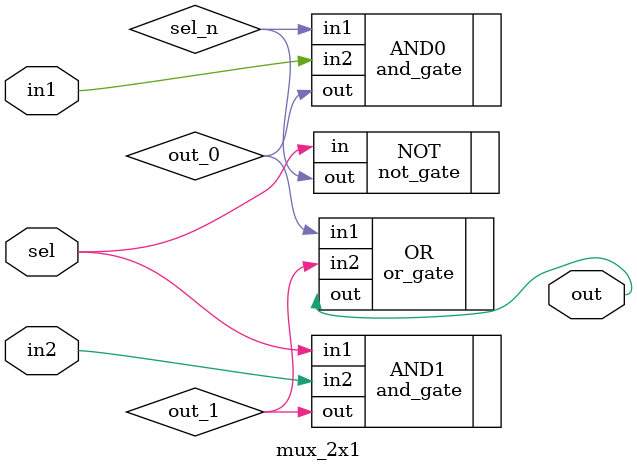
<source format=v>
`include "and_gate.v"
`include "or_gate.v"
`include "not_gate.v"

module mux_2x1 (output wire out,
                input wire in1, in2, sel);

  wire seln;
  wire out_0, out_1;

  not_gate NOT (.out(sel_n), .in(sel));

  and_gate AND0 (.out(out_0), .in1(sel_n), .in2(in1));
  and_gate AND1 (.out(out_1), .in1(sel), .in2(in2));

  or_gate OR (.out(out), .in1(out_0), .in2(out_1));

endmodule
</source>
